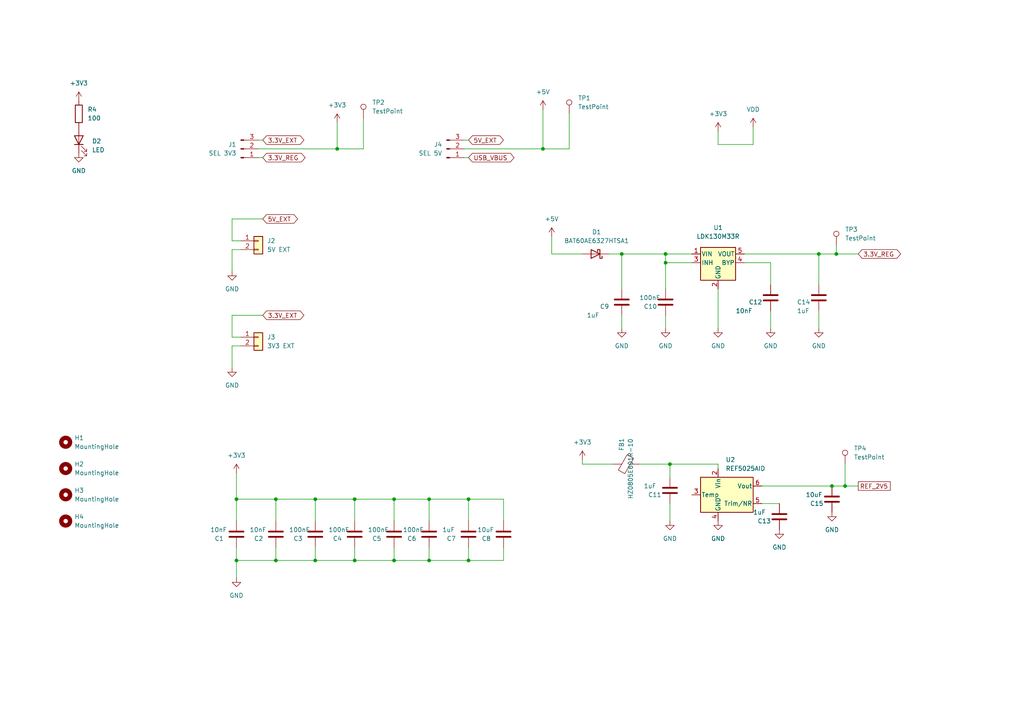
<source format=kicad_sch>
(kicad_sch (version 20231120) (generator "eeschema") (generator_version "8.0")
  (paper "A4")
  (lib_symbols
    (symbol "Connector:Conn_01x03_Male" (pin_names (offset 1.016) hide)
      (property "Reference" "J" (at 0 5.08 0))
      (property "Value" "Conn_01x03_Male" (at 0 -5.08 0))
      (symbol "Conn_01x03_Male_1_1"
        (polyline (pts (xy 1.27 -2.54) (xy 0.8636 -2.54)) (stroke (width 0.1524)))
        (polyline (pts (xy 1.27 0) (xy 0.8636 0)) (stroke (width 0.1524)))
        (polyline (pts (xy 1.27 2.54) (xy 0.8636 2.54)) (stroke (width 0.1524)))
        (rectangle (start 0.8636 -2.413) (end 0 -2.667) (stroke (width 0.1524)) (fill (type outline)))
        (rectangle (start 0.8636 0.127) (end 0 -0.127) (stroke (width 0.1524)) (fill (type outline)))
        (rectangle (start 0.8636 2.667) (end 0 2.413) (stroke (width 0.1524)) (fill (type outline)))
        (pin passive line (at 5.08 2.54 180) (length 3.81) (name "Pin_1") (number "1"))
        (pin passive line (at 5.08 0 180) (length 3.81) (name "Pin_2") (number "2"))
        (pin passive line (at 5.08 -2.54 180) (length 3.81) (name "Pin_3") (number "3"))
      )
    )
    (symbol "Connector:TestPoint" (pin_numbers hide) (pin_names (offset 0.762) hide)
      (property "Reference" "TP" (at 0 6.858 0))
      (property "Value" "TestPoint" (at 0 5.08 0))
      (symbol "TestPoint_0_1"
        (circle (center 0 3.302) (radius 0.762))
      )
      (symbol "TestPoint_1_1"
        (pin passive line (at 0 0 90) (length 2.54) (name "1") (number "1"))
      )
    )
    (symbol "Connector_Generic:Conn_01x02" (pin_names (offset 1.016) hide)
      (property "Reference" "J" (at 0 2.54 0))
      (property "Value" "Conn_01x02" (at 0 -5.08 0))
      (symbol "Conn_01x02_1_1"
        (rectangle (start -1.27 -2.413) (end 0 -2.667) (stroke (width 0.1524)))
        (rectangle (start -1.27 0.127) (end 0 -0.127) (stroke (width 0.1524)))
        (rectangle (start -1.27 1.27) (end 1.27 -3.81) (stroke (width 0.254)) (fill (type background)))
        (pin passive line (at -5.08 0 0) (length 3.81) (name "Pin_1") (number "1"))
        (pin passive line (at -5.08 -2.54 0) (length 3.81) (name "Pin_2") (number "2"))
      )
    )
    (symbol "Device:C" (pin_numbers hide) (pin_names (offset 0.254))
      (property "Reference" "C" (at 0.635 2.54 0))
      (property "Value" "C" (at 0.635 -2.54 0))
      (symbol "C_0_1"
        (polyline (pts (xy -2.032 -0.762) (xy 2.032 -0.762)) (stroke (width 0.508)))
        (polyline (pts (xy -2.032 0.762) (xy 2.032 0.762)) (stroke (width 0.508)))
      )
      (symbol "C_1_1"
        (pin passive line (at 0 3.81 270) (length 2.794) (name "~") (number "1"))
        (pin passive line (at 0 -3.81 90) (length 2.794) (name "~") (number "2"))
      )
    )
    (symbol "Device:FerriteBead" (pin_numbers hide) (pin_names (offset 0))
      (property "Reference" "FB" (at -3.81 0.635 90))
      (property "Value" "FerriteBead" (at 3.81 0 90))
      (symbol "FerriteBead_0_1"
        (polyline (pts (xy 0 -1.27) (xy 0 -1.2192)))
        (polyline (pts (xy 0 1.27) (xy 0 1.2954)))
        (polyline (pts (xy -2.7686 0.4064) (xy -1.7018 2.2606) (xy 2.7686 -0.3048) (xy 1.6764 -2.159) (xy -2.7686 0.4064)))
      )
      (symbol "FerriteBead_1_1"
        (pin passive line (at 0 3.81 270) (length 2.54) (name "~") (number "1"))
        (pin passive line (at 0 -3.81 90) (length 2.54) (name "~") (number "2"))
      )
    )
    (symbol "Device:LED" (pin_numbers hide) (pin_names (offset 1.016) hide)
      (property "Reference" "D" (at 0 2.54 0))
      (property "Value" "LED" (at 0 -2.54 0))
      (symbol "LED_0_1"
        (polyline (pts (xy -1.27 -1.27) (xy -1.27 1.27)) (stroke (width 0.254)))
        (polyline (pts (xy -1.27 0) (xy 1.27 0)))
        (polyline (pts (xy 1.27 -1.27) (xy 1.27 1.27) (xy -1.27 0) (xy 1.27 -1.27)) (stroke (width 0.254)))
        (polyline (pts (xy -3.048 -0.762) (xy -4.572 -2.286) (xy -3.81 -2.286) (xy -4.572 -2.286) (xy -4.572 -1.524)))
        (polyline (pts (xy -1.778 -0.762) (xy -3.302 -2.286) (xy -2.54 -2.286) (xy -3.302 -2.286) (xy -3.302 -1.524)))
      )
      (symbol "LED_1_1"
        (pin passive line (at -3.81 0 0) (length 2.54) (name "K") (number "1"))
        (pin passive line (at 3.81 0 180) (length 2.54) (name "A") (number "2"))
      )
    )
    (symbol "Device:R" (pin_numbers hide) (pin_names (offset 0))
      (property "Reference" "R" (at 2.032 0 90))
      (property "Value" "R" (at 0 0 90))
      (symbol "R_0_1"
        (rectangle (start -1.016 -2.54) (end 1.016 2.54) (stroke (width 0.254)))
      )
      (symbol "R_1_1"
        (pin passive line (at 0 3.81 270) (length 1.27) (name "~") (number "1"))
        (pin passive line (at 0 -3.81 90) (length 1.27) (name "~") (number "2"))
      )
    )
    (symbol "Diode:BAT60A" (pin_numbers hide) (pin_names (offset 1.016) hide)
      (property "Reference" "D" (at 0 2.54 0))
      (property "Value" "BAT60A" (at 0 -2.54 0))
      (symbol "BAT60A_0_1"
        (polyline (pts (xy 1.27 0) (xy -1.27 0)))
        (polyline (pts (xy 1.27 1.27) (xy 1.27 -1.27) (xy -1.27 0) (xy 1.27 1.27)) (stroke (width 0.254)))
        (polyline (pts (xy -1.905 0.635) (xy -1.905 1.27) (xy -1.27 1.27) (xy -1.27 -1.27) (xy -0.635 -1.27) (xy -0.635 -0.635)) (stroke (width 0.254)))
      )
      (symbol "BAT60A_1_1"
        (pin passive line (at -3.81 0 0) (length 2.54) (name "K") (number "1"))
        (pin passive line (at 3.81 0 180) (length 2.54) (name "A") (number "2"))
      )
    )
    (symbol "Mechanical:MountingHole" (pin_names (offset 1.016)) (exclude_from_sim yes) (in_bom no)
      (property "Reference" "H" (at 0 5.08 0))
      (property "Value" "MountingHole" (at 0 3.175 0))
      (symbol "MountingHole_0_1"
        (circle (center 0 0) (radius 1.27) (stroke (width 1.27)))
      )
    )
    (symbol "Reference_Voltage:REF5025AD" (pin_names (offset 0.254))
      (property "Reference" "U" (at -1.27 8.255 0))
      (property "Value" "REF5025AD" (at -1.27 6.35 0))
      (symbol "REF5025AD_0_1"
        (rectangle (start -7.62 5.08) (end 7.62 -5.08) (stroke (width 0.254)) (fill (type background)))
      )
      (symbol "REF5025AD_1_1"
        (pin no_connect line (at -7.62 2.54 0) (length 2.54) hide (name "DNC") (number "1"))
        (pin power_in line (at -2.54 7.62 270) (length 2.54) (name "Vin") (number "2"))
        (pin passive line (at -10.16 0 0) (length 2.54) (name "Temp") (number "3"))
        (pin power_in line (at -2.54 -7.62 90) (length 2.54) (name "GND") (number "4"))
        (pin passive line (at 10.16 -2.54 180) (length 2.54) (name "Trim/NR") (number "5"))
        (pin power_out line (at 10.16 2.54 180) (length 2.54) (name "Vout") (number "6"))
        (pin no_connect line (at -5.08 -5.08 90) (length 2.54) hide (name "NC") (number "7"))
        (pin no_connect line (at 7.62 0 180) (length 2.54) hide (name "DNC") (number "8"))
      )
    )
    (symbol "Regulator_Linear:LD3985M33R_SOT23" (pin_names (offset 0.254))
      (property "Reference" "U" (at -3.81 5.715 0))
      (property "Value" "LD3985M33R_SOT23" (at 0 5.715 0))
      (symbol "LD3985M33R_SOT23_0_1"
        (rectangle (start -5.08 4.445) (end 5.08 -5.08) (stroke (width 0.254)) (fill (type background)))
      )
      (symbol "LD3985M33R_SOT23_1_1"
        (pin power_in line (at -7.62 2.54 0) (length 2.54) (name "VIN") (number "1"))
        (pin power_in line (at 0 -7.62 90) (length 2.54) (name "GND") (number "2"))
        (pin input line (at -7.62 0 0) (length 2.54) (name "INH") (number "3"))
        (pin input line (at 7.62 0 180) (length 2.54) (name "BYP") (number "4"))
        (pin power_out line (at 7.62 2.54 180) (length 2.54) (name "VOUT") (number "5"))
      )
    )
    (symbol "power:+3.3V" (power) (pin_names (offset 0))
      (property "Value" "+3.3V" (at 0 3.556 0))
      (symbol "+3.3V_0_1"
        (polyline (pts (xy -0.762 1.27) (xy 0 2.54)))
        (polyline (pts (xy 0 0) (xy 0 2.54)))
        (polyline (pts (xy 0 2.54) (xy 0.762 1.27)))
      )
      (symbol "+3.3V_1_1"
        (pin power_in line (at 0 0 90) (length 0) hide (name "+3V3") (number "1"))
      )
    )
    (symbol "power:+5V" (power) (pin_names (offset 0))
      (property "Value" "+5V" (at 0 3.556 0))
      (symbol "+5V_0_1"
        (polyline (pts (xy -0.762 1.27) (xy 0 2.54)))
        (polyline (pts (xy 0 0) (xy 0 2.54)))
        (polyline (pts (xy 0 2.54) (xy 0.762 1.27)))
      )
      (symbol "+5V_1_1"
        (pin power_in line (at 0 0 90) (length 0) hide (name "+5V") (number "1"))
      )
    )
    (symbol "power:GND" (power) (pin_names (offset 0))
      (property "Value" "GND" (at 0 -3.81 0))
      (symbol "GND_0_1"
        (polyline (pts (xy 0 0) (xy 0 -1.27) (xy 1.27 -1.27) (xy 0 -2.54) (xy -1.27 -1.27) (xy 0 -1.27)))
      )
      (symbol "GND_1_1"
        (pin power_in line (at 0 0 270) (length 0) hide (name "GND") (number "1"))
      )
    )
    (symbol "power:VDD" (power) (pin_names (offset 0))
      (property "Value" "VDD" (at 0 3.81 0))
      (symbol "VDD_0_1"
        (polyline (pts (xy -0.762 1.27) (xy 0 2.54)))
        (polyline (pts (xy 0 0) (xy 0 2.54)))
        (polyline (pts (xy 0 2.54) (xy 0.762 1.27)))
      )
      (symbol "VDD_1_1"
        (pin power_in line (at 0 0 90) (length 0) hide (name "VDD") (number "1"))
      )
    )
  )
  (junction (at 245.11 140.97))
  (junction (at 68.58 162.56))
  (junction (at 102.87 144.78))
  (junction (at 114.3 162.56))
  (junction (at 91.44 162.56))
  (junction (at 68.58 144.78))
  (junction (at 135.89 162.56))
  (junction (at 97.79 43.18))
  (junction (at 180.34 73.66))
  (junction (at 242.57 73.66))
  (junction (at 157.48 43.18))
  (junction (at 80.01 162.56))
  (junction (at 124.46 144.78))
  (junction (at 194.31 134.62))
  (junction (at 80.01 144.78))
  (junction (at 193.04 73.66))
  (junction (at 114.3 144.78))
  (junction (at 193.04 76.2))
  (junction (at 124.46 162.56))
  (junction (at 91.44 144.78))
  (junction (at 241.3 140.97))
  (junction (at 102.87 162.56))
  (junction (at 237.49 73.66))
  (junction (at 135.89 144.78))
  (wire (pts (xy 135.89 144.78) (xy 135.89 151.13)))
  (wire (pts (xy 185.42 134.62) (xy 194.31 134.62)))
  (wire (pts (xy 124.46 162.56) (xy 124.46 158.75)))
  (wire (pts (xy 215.9 76.2) (xy 223.52 76.2)))
  (wire (pts (xy 208.28 134.62) (xy 208.28 135.89)))
  (wire (pts (xy 160.02 73.66) (xy 168.91 73.66)))
  (wire (pts (xy 114.3 162.56) (xy 124.46 162.56)))
  (wire (pts (xy 68.58 137.16) (xy 68.58 144.78)))
  (wire (pts (xy 102.87 144.78) (xy 114.3 144.78)))
  (wire (pts (xy 69.85 69.85) (xy 67.31 69.85)))
  (wire (pts (xy 194.31 151.13) (xy 194.31 146.05)))
  (wire (pts (xy 135.89 162.56) (xy 146.05 162.56)))
  (wire (pts (xy 97.79 43.18) (xy 105.41 43.18)))
  (wire (pts (xy 241.3 140.97) (xy 245.11 140.97)))
  (wire (pts (xy 176.53 73.66) (xy 180.34 73.66)))
  (wire (pts (xy 102.87 158.75) (xy 102.87 162.56)))
  (wire (pts (xy 237.49 90.17) (xy 237.49 95.25)))
  (wire (pts (xy 165.1 33.02) (xy 165.1 43.18)))
  (wire (pts (xy 134.62 45.72) (xy 135.89 45.72)))
  (wire (pts (xy 80.01 144.78) (xy 91.44 144.78)))
  (wire (pts (xy 165.1 43.18) (xy 157.48 43.18)))
  (wire (pts (xy 124.46 144.78) (xy 124.46 151.13)))
  (wire (pts (xy 67.31 69.85) (xy 67.31 63.5)))
  (wire (pts (xy 237.49 82.55) (xy 237.49 73.66)))
  (wire (pts (xy 68.58 144.78) (xy 80.01 144.78)))
  (wire (pts (xy 242.57 71.12) (xy 242.57 73.66)))
  (wire (pts (xy 124.46 162.56) (xy 135.89 162.56)))
  (wire (pts (xy 135.89 158.75) (xy 135.89 162.56)))
  (wire (pts (xy 68.58 151.13) (xy 68.58 144.78)))
  (wire (pts (xy 102.87 162.56) (xy 114.3 162.56)))
  (wire (pts (xy 157.48 31.75) (xy 157.48 43.18)))
  (wire (pts (xy 146.05 162.56) (xy 146.05 158.75)))
  (wire (pts (xy 68.58 162.56) (xy 80.01 162.56)))
  (wire (pts (xy 114.3 158.75) (xy 114.3 162.56)))
  (wire (pts (xy 68.58 158.75) (xy 68.58 162.56)))
  (wire (pts (xy 68.58 162.56) (xy 68.58 167.64)))
  (wire (pts (xy 91.44 158.75) (xy 91.44 162.56)))
  (wire (pts (xy 67.31 100.33) (xy 67.31 106.68)))
  (wire (pts (xy 80.01 162.56) (xy 91.44 162.56)))
  (wire (pts (xy 124.46 144.78) (xy 135.89 144.78)))
  (wire (pts (xy 97.79 43.18) (xy 97.79 35.56)))
  (wire (pts (xy 193.04 91.44) (xy 193.04 95.25)))
  (wire (pts (xy 74.93 43.18) (xy 97.79 43.18)))
  (wire (pts (xy 220.98 140.97) (xy 241.3 140.97)))
  (wire (pts (xy 180.34 83.82) (xy 180.34 73.66)))
  (wire (pts (xy 146.05 144.78) (xy 146.05 151.13)))
  (wire (pts (xy 67.31 72.39) (xy 67.31 78.74)))
  (wire (pts (xy 193.04 76.2) (xy 200.66 76.2)))
  (wire (pts (xy 102.87 144.78) (xy 102.87 151.13)))
  (wire (pts (xy 91.44 151.13) (xy 91.44 144.78)))
  (wire (pts (xy 91.44 162.56) (xy 102.87 162.56)))
  (wire (pts (xy 194.31 134.62) (xy 208.28 134.62)))
  (wire (pts (xy 245.11 134.62) (xy 245.11 140.97)))
  (wire (pts (xy 180.34 91.44) (xy 180.34 95.25)))
  (wire (pts (xy 67.31 63.5) (xy 76.2 63.5)))
  (wire (pts (xy 237.49 73.66) (xy 242.57 73.66)))
  (wire (pts (xy 194.31 134.62) (xy 194.31 138.43)))
  (wire (pts (xy 193.04 83.82) (xy 193.04 76.2)))
  (wire (pts (xy 80.01 144.78) (xy 80.01 151.13)))
  (wire (pts (xy 67.31 97.79) (xy 67.31 91.44)))
  (wire (pts (xy 223.52 76.2) (xy 223.52 82.55)))
  (wire (pts (xy 223.52 90.17) (xy 223.52 95.25)))
  (wire (pts (xy 208.28 83.82) (xy 208.28 95.25)))
  (wire (pts (xy 245.11 140.97) (xy 248.92 140.97)))
  (wire (pts (xy 135.89 144.78) (xy 146.05 144.78)))
  (wire (pts (xy 220.98 146.05) (xy 226.06 146.05)))
  (wire (pts (xy 180.34 73.66) (xy 193.04 73.66)))
  (wire (pts (xy 208.28 41.91) (xy 218.44 41.91)))
  (wire (pts (xy 114.3 144.78) (xy 114.3 151.13)))
  (wire (pts (xy 69.85 72.39) (xy 67.31 72.39)))
  (wire (pts (xy 76.2 40.64) (xy 74.93 40.64)))
  (wire (pts (xy 134.62 43.18) (xy 157.48 43.18)))
  (wire (pts (xy 200.66 73.66) (xy 193.04 73.66)))
  (wire (pts (xy 160.02 68.58) (xy 160.02 73.66)))
  (wire (pts (xy 67.31 91.44) (xy 76.2 91.44)))
  (wire (pts (xy 80.01 158.75) (xy 80.01 162.56)))
  (wire (pts (xy 168.91 134.62) (xy 168.91 133.35)))
  (wire (pts (xy 168.91 134.62) (xy 177.8 134.62)))
  (wire (pts (xy 91.44 144.78) (xy 102.87 144.78)))
  (wire (pts (xy 193.04 73.66) (xy 193.04 76.2)))
  (wire (pts (xy 208.28 38.1) (xy 208.28 41.91)))
  (wire (pts (xy 218.44 41.91) (xy 218.44 36.83)))
  (wire (pts (xy 114.3 144.78) (xy 124.46 144.78)))
  (wire (pts (xy 242.57 73.66) (xy 248.92 73.66)))
  (wire (pts (xy 105.41 34.29) (xy 105.41 43.18)))
  (wire (pts (xy 135.89 40.64) (xy 134.62 40.64)))
  (wire (pts (xy 69.85 97.79) (xy 67.31 97.79)))
  (wire (pts (xy 237.49 73.66) (xy 215.9 73.66)))
  (wire (pts (xy 69.85 100.33) (xy 67.31 100.33)))
  (wire (pts (xy 74.93 45.72) (xy 76.2 45.72)))
  (global_label "5V_EXT" (shape bidirectional) (at 76.2 63.5 0) (property "Intersheetrefs" "${INTERSHEET_REFS}" (effects (hide yes))))
  (global_label "REF_2V5" (shape passive) (at 248.92 140.97 0) (property "Intersheetrefs" "${INTERSHEET_REFS}" (effects (hide yes))))
  (global_label "3.3V_REG" (shape bidirectional) (at 76.2 45.72 0) (property "Intersheetrefs" "${INTERSHEET_REFS}" (effects (hide yes))))
  (global_label "5V_EXT" (shape bidirectional) (at 135.89 40.64 0) (property "Intersheetrefs" "${INTERSHEET_REFS}" (effects (hide yes))))
  (global_label "3.3V_EXT" (shape bidirectional) (at 76.2 40.64 0) (property "Intersheetrefs" "${INTERSHEET_REFS}" (effects (hide yes))))
  (global_label "3.3V_REG" (shape bidirectional) (at 248.92 73.66 0) (property "Intersheetrefs" "${INTERSHEET_REFS}" (effects (hide yes))))
  (global_label "USB_VBUS" (shape bidirectional) (at 135.89 45.72 0) (property "Intersheetrefs" "${INTERSHEET_REFS}" (effects (hide yes))))
  (global_label "3.3V_EXT" (shape bidirectional) (at 76.2 91.44 0) (property "Intersheetrefs" "${INTERSHEET_REFS}" (effects (hide yes))))
  (symbol (lib_id "power:GND") (at 208.28 95.25 0) (unit 1)
    (property "Reference" "#PWR013" (effects (hide yes)))
    (property "Value" "GND" (at 208.28 100.33 0))
  )
  (symbol (lib_id "Device:R") (at 22.86 33.02 180) (unit 1)
    (property "Reference" "R4" (at 25.4 31.7499 0) (effects (justify right)))
    (property "Value" "100" (at 25.4 34.2899 0) (effects (justify right)))
    (property "Footprint" "Resistor_SMD:R_0805_2012Metric" (effects (hide yes)))
    (property "Datasheet" "https://www.farnell.com/datasheets/2310790.pdf" (effects (hide yes)))
    (property "Description" "Resistor" (effects (hide yes)))
    (property "Farnell" "1652906" (effects (hide yes)))
    (property "Manufacturer_Part_Number" "AC0805FR-07100RL" (effects (hide yes)))
    (property "LCSC" "C138274" (effects (hide yes)))
    (property "Manufacturer_Name" "VISHAY" (effects (hide yes)))
    (property "Mouser Part Number" "CRCW0805100RFKTA" (effects (hide yes)))
  )
  (symbol (lib_id "Device:C") (at 193.04 87.63 0) (mirror x) (unit 1)
    (property "Reference" "C10" (at 186.69 88.9 0) (effects (justify left)))
    (property "Value" "100nF" (at 185.42 86.36 0) (effects (justify left)))
    (property "Footprint" "Capacitor_SMD:C_0805_2012Metric" (effects (hide yes)))
    (property "Datasheet" "https://datasheets.kyocera-avx.com/FlexitermMLCC.pdf" (effects (hide yes)))
    (property "Description" "50V 100nF X7R ±10% 0805 Multilayer Ceramic Capacitors MLCC - SMD/SMT ROHS" (effects (hide yes)))
    (property "MANUFACTURER" "Samsung" (effects (hide yes)))
    (property "Manufacturer_Name" "KYOCERA AVX" (effects (hide yes)))
    (property "Manufacturer_Part_Number" "CL21B104KBCNNNC" (effects (hide yes)))
    (property "LCSC" "C1711" (effects (hide yes)))
    (property "Digi-Key Part Number" "478-KAF21KR72A104MUCT-ND" (effects (hide yes)))
    (property "Farnell" "3500373" (effects (hide yes)))
    (property "Mouser Part Number" "08051C104M4Z2A" (effects (hide yes)))
  )
  (symbol (lib_id "Connector:TestPoint") (at 105.41 34.29 0) (unit 1)
    (property "Reference" "TP2" (at 107.95 29.7179 0) (effects (justify left)))
    (property "Value" "TestPoint" (at 107.95 32.2579 0) (effects (justify left)))
    (property "Footprint" "TestPoint:TestPoint_Pad_1.0x1.0mm" (effects (hide yes)))
    (property "Description" "test point" (effects (hide yes)))
  )
  (symbol (lib_id "Connector:TestPoint") (at 165.1 33.02 0) (unit 1)
    (property "Reference" "TP1" (at 167.64 28.4479 0) (effects (justify left)))
    (property "Value" "TestPoint" (at 167.64 30.9879 0) (effects (justify left)))
    (property "Footprint" "TestPoint:TestPoint_Pad_1.0x1.0mm" (effects (hide yes)))
    (property "Description" "test point" (effects (hide yes)))
  )
  (symbol (lib_id "power:+3.3V") (at 97.79 35.56 0) (unit 1)
    (property "Reference" "#PWR05" (effects (hide yes)))
    (property "Value" "+3V3" (at 97.79 30.48 0))
  )
  (symbol (lib_id "Device:C") (at 146.05 154.94 0) (mirror x) (unit 1)
    (property "Reference" "C8" (at 139.7 156.21 0) (effects (justify left)))
    (property "Value" "10uF" (at 138.43 153.67 0) (effects (justify left)))
    (property "Footprint" "Capacitor_SMD:C_0805_2012Metric" (effects (hide yes)))
    (property "Datasheet" "https://www.farnell.com/datasheets/3768562.pdf" (effects (hide yes)))
    (property "Description" "10 µF ±10% 16V Ceramic Capacitor X5R 0805 (2012 Metric)" (effects (hide yes)))
    (property "MANUFACTURER" "Samsung" (effects (hide yes)))
    (property "Manufacturer_Name" "KYOCERA AVX" (effects (hide yes)))
    (property "Manufacturer_Part_Number" "CL21A106KOQNNNG" (effects (hide yes)))
    (property "LCSC" "C307520" (effects (hide yes)))
    (property "Digi-Key Part Number" "478-KGM21AR51A106MUCT-ND" (effects (hide yes)))
    (property "Farnell" "2332831" (effects (hide yes)))
    (property "Mouser Part Number" "0805ZD106MAT2A" (effects (hide yes)))
  )
  (symbol (lib_id "power:GND") (at 68.58 167.64 0) (unit 1)
    (property "Reference" "#PWR04" (effects (hide yes)))
    (property "Value" "GND" (at 68.58 172.72 0))
  )
  (symbol (lib_id "Mechanical:MountingHole") (at 19.05 143.51 0) (unit 1) (exclude_from_sim yes) (in_bom no)
    (property "Reference" "H3" (at 21.59 142.2399 0) (effects (justify left)))
    (property "Value" "MountingHole" (at 21.59 144.7799 0) (effects (justify left)))
    (property "Footprint" "MountingHole:MountingHole_3mm" (effects (hide yes)))
    (property "Description" "Mounting Hole without connection" (effects (hide yes)))
  )
  (symbol (lib_id "Mechanical:MountingHole") (at 19.05 128.27 0) (unit 1) (exclude_from_sim yes) (in_bom no)
    (property "Reference" "H1" (at 21.59 126.9999 0) (effects (justify left)))
    (property "Value" "MountingHole" (at 21.59 129.5399 0) (effects (justify left)))
    (property "Footprint" "MountingHole:MountingHole_3mm" (effects (hide yes)))
    (property "Description" "Mounting Hole without connection" (effects (hide yes)))
  )
  (symbol (lib_id "Connector:TestPoint") (at 245.11 134.62 0) (unit 1)
    (property "Reference" "TP4" (at 247.65 130.0479 0) (effects (justify left)))
    (property "Value" "TestPoint" (at 247.65 132.5879 0) (effects (justify left)))
    (property "Footprint" "TestPoint:TestPoint_Pad_1.0x1.0mm" (effects (hide yes)))
    (property "Description" "test point" (effects (hide yes)))
  )
  (symbol (lib_id "Device:C") (at 237.49 86.36 0) (mirror x) (unit 1)
    (property "Reference" "C14" (at 231.14 87.63 0) (effects (justify left)))
    (property "Value" "1uF" (at 231.14 90.17 0) (effects (justify left)))
    (property "Footprint" "Capacitor_SMD:C_0805_2012Metric" (effects (hide yes)))
    (property "Datasheet" "https://search.kemet.com/component-documentation/download/specsheet/C0805C105K4PACTU" (effects (hide yes)))
    (property "Description" "1 µF ±10% 50V Ceramic Capacitor X5R 0805 (2012 Metric)" (effects (hide yes)))
    (property "MANUFACTURER" "Samsung" (effects (hide yes)))
    (property "Manufacturer_Name" "KEMET" (effects (hide yes)))
    (property "Manufacturer_Part_Number" "CL21A105KBCLNNC" (effects (hide yes)))
    (property "LCSC" "C318694" (effects (hide yes)))
    (property "Digi-Key Part Number" "399-C0805C105K4PAC7800CT-ND" (effects (hide yes)))
    (property "Farnell" "2522445" (effects (hide yes)))
    (property "Mouser Part Number" "C0805C105K4PACTU" (effects (hide yes)))
  )
  (symbol (lib_id "power:GND") (at 223.52 95.25 0) (unit 1)
    (property "Reference" "#PWR016" (effects (hide yes)))
    (property "Value" "GND" (at 223.52 100.33 0))
  )
  (symbol (lib_id "Device:C") (at 124.46 154.94 0) (mirror x) (unit 1)
    (property "Reference" "C6" (at 118.11 156.21 0) (effects (justify left)))
    (property "Value" "100nF" (at 116.84 153.67 0) (effects (justify left)))
    (property "Footprint" "Capacitor_SMD:C_0805_2012Metric" (effects (hide yes)))
    (property "Datasheet" "https://datasheets.kyocera-avx.com/FlexitermMLCC.pdf" (effects (hide yes)))
    (property "Description" "50V 100nF X7R ±10% 0805 Multilayer Ceramic Capacitors MLCC - SMD/SMT ROHS" (effects (hide yes)))
    (property "MANUFACTURER" "Samsung" (effects (hide yes)))
    (property "Manufacturer_Name" "KYOCERA AVX" (effects (hide yes)))
    (property "Manufacturer_Part_Number" "CL21B104KBCNNNC" (effects (hide yes)))
    (property "LCSC" "C1711" (effects (hide yes)))
    (property "Digi-Key Part Number" "478-KAF21KR72A104MUCT-ND" (effects (hide yes)))
    (property "Farnell" "3500373" (effects (hide yes)))
    (property "Mouser Part Number" "08051C104M4Z2A" (effects (hide yes)))
  )
  (symbol (lib_id "power:GND") (at 241.3 148.59 0) (unit 1)
    (property "Reference" "#PWR019" (effects (hide yes)))
    (property "Value" "GND" (at 241.3 153.67 0))
    (property "Description" "Power symbol creates a global label with name \"GND\" , ground" (effects (hide yes)))
  )
  (symbol (lib_id "power:VDD") (at 218.44 36.83 0) (unit 1)
    (property "Reference" "#PWR015" (effects (hide yes)))
    (property "Value" "VDD" (at 218.44 31.75 0))
  )
  (symbol (lib_id "power:GND") (at 67.31 106.68 0) (unit 1)
    (property "Reference" "#PWR02" (effects (hide yes)))
    (property "Value" "GND" (at 67.31 111.76 0))
  )
  (symbol (lib_id "Device:C") (at 102.87 154.94 0) (mirror x) (unit 1)
    (property "Reference" "C4" (at 96.52 156.21 0) (effects (justify left)))
    (property "Value" "100nF" (at 95.25 153.67 0) (effects (justify left)))
    (property "Footprint" "Capacitor_SMD:C_0805_2012Metric" (effects (hide yes)))
    (property "Datasheet" "https://datasheets.kyocera-avx.com/FlexitermMLCC.pdf" (effects (hide yes)))
    (property "Description" "50V 100nF X7R ±10% 0805 Multilayer Ceramic Capacitors MLCC - SMD/SMT ROHS" (effects (hide yes)))
    (property "MANUFACTURER" "Samsung" (effects (hide yes)))
    (property "Manufacturer_Name" "KYOCERA AVX" (effects (hide yes)))
    (property "Manufacturer_Part_Number" "CL21B104KBCNNNC" (effects (hide yes)))
    (property "LCSC" "C1711" (effects (hide yes)))
    (property "Digi-Key Part Number" "478-KAF21KR72A104MUCT-ND" (effects (hide yes)))
    (property "Farnell" "3500373" (effects (hide yes)))
    (property "Mouser Part Number" "08051C104M4Z2A" (effects (hide yes)))
  )
  (symbol (lib_id "Mechanical:MountingHole") (at 19.05 151.13 0) (unit 1) (exclude_from_sim yes) (in_bom no)
    (property "Reference" "H4" (at 21.59 149.8599 0) (effects (justify left)))
    (property "Value" "MountingHole" (at 21.59 152.3999 0) (effects (justify left)))
    (property "Footprint" "MountingHole:MountingHole_3mm" (effects (hide yes)))
    (property "Description" "Mounting Hole without connection" (effects (hide yes)))
  )
  (symbol (lib_id "Connector_Generic:Conn_01x02") (at 74.93 97.79 0) (unit 1)
    (property "Reference" "J3" (at 77.47 97.7899 0) (effects (justify left)))
    (property "Value" "3V3 EXT" (at 77.47 100.3299 0) (effects (justify left)))
    (property "Footprint" "Connector_PinHeader_2.54mm:PinHeader_1x02_P2.54mm_Horizontal" (effects (hide yes)))
    (property "Datasheet" "https://www.farnell.com/datasheets/3148563.pdf" (effects (hide yes)))
    (property "Description" "Connector Header Through Hole 2 position 0.100\" (2.54mm)" (effects (hide yes)))
    (property "MANUFACTURER" "Samtec" (effects (hide yes)))
    (property "Manufacturer_Name" "MULTICOMP PRO" (effects (hide yes)))
    (property "Manufacturer_Part_Number" "TSW-102-14-TM-S" (effects (hide yes)))
    (property "Farnell" "1593426" (effects (hide yes)))
    (property "Mouser Part Number" "MC34745" (effects (hide yes)))
  )
  (symbol (lib_id "power:+3.3V") (at 22.86 29.21 0) (unit 1)
    (property "Reference" "#PWR079" (effects (hide yes)))
    (property "Value" "+3V3" (at 22.86 24.13 0))
  )
  (symbol (lib_id "Connector_Generic:Conn_01x02") (at 74.93 69.85 0) (unit 1)
    (property "Reference" "J2" (at 77.47 69.8499 0) (effects (justify left)))
    (property "Value" "5V EXT" (at 77.47 72.3899 0) (effects (justify left)))
    (property "Footprint" "Connector_PinHeader_2.54mm:PinHeader_1x02_P2.54mm_Horizontal" (effects (hide yes)))
    (property "Datasheet" "https://www.farnell.com/datasheets/3148563.pdf" (effects (hide yes)))
    (property "Description" "Connector Header Through Hole 2 position 0.100\" (2.54mm)" (effects (hide yes)))
    (property "MANUFACTURER" "Samtec" (effects (hide yes)))
    (property "Manufacturer_Name" "MULTICOMP PRO" (effects (hide yes)))
    (property "Manufacturer_Part_Number" "TSW-102-14-TM-S" (effects (hide yes)))
    (property "Farnell" "1593426" (effects (hide yes)))
    (property "Mouser Part Number" "MC34745" (effects (hide yes)))
  )
  (symbol (lib_id "Reference_Voltage:REF5025AD") (at 210.82 143.51 0) (unit 1)
    (property "Reference" "U2" (at 210.4741 133.35 0) (effects (justify left)))
    (property "Value" "REF5025AID" (at 210.4741 135.89 0) (effects (justify left)))
    (property "Footprint" "Package_SO:SOIC-8_3.9x4.9mm_P1.27mm" (effects (hide yes)))
    (property "Datasheet" "https://www.ti.com/general/docs/suppproductinfo.tsp?distId=10&gotoUrl=https%3A%2F%2Fwww.ti.com%2Flit%2Fgpn%2Fref5020" (effects (hide yes)))
    (property "Description" "2.5V 0.1% 10mA Low Noise Precision Voltage Reference, SO-8" (effects (hide yes)))
    (property "Digi-Key Part Number" "296-22203-5-ND" (effects (hide yes)))
    (property "Manufacturer_Name" "TEXAS INSTRUMENTS" (effects (hide yes)))
    (property "Mouser Part Number" "REF5025AID" (effects (hide yes)))
  )
  (symbol (lib_id "power:GND") (at 180.34 95.25 0) (unit 1)
    (property "Reference" "#PWR09" (effects (hide yes)))
    (property "Value" "GND" (at 180.34 100.33 0))
  )
  (symbol (lib_id "Device:C") (at 226.06 149.86 0) (mirror x) (unit 1)
    (property "Reference" "C13" (at 219.71 151.13 0) (effects (justify left)))
    (property "Value" "1uF" (at 218.44 148.59 0) (effects (justify left)))
    (property "Footprint" "Capacitor_SMD:C_0805_2012Metric" (effects (hide yes)))
    (property "Datasheet" "https://search.kemet.com/component-documentation/download/specsheet/C0805C105K4PACTU" (effects (hide yes)))
    (property "Description" "1 µF ±10% 50V Ceramic Capacitor X5R 0805 (2012 Metric)" (effects (hide yes)))
    (property "MANUFACTURER" "Samsung" (effects (hide yes)))
    (property "Manufacturer_Name" "KEMET" (effects (hide yes)))
    (property "Manufacturer_Part_Number" "CL21A105KBCLNNC" (effects (hide yes)))
    (property "LCSC" "C318694" (effects (hide yes)))
    (property "Digi-Key Part Number" "399-C0805C105K4PAC7800CT-ND" (effects (hide yes)))
    (property "Farnell" "2522445" (effects (hide yes)))
    (property "Mouser Part Number" "C0805C105K4PACTU" (effects (hide yes)))
  )
  (symbol (lib_id "power:+3.3V") (at 208.28 38.1 0) (unit 1)
    (property "Reference" "#PWR012" (effects (hide yes)))
    (property "Value" "+3V3" (at 208.28 33.02 0))
  )
  (symbol (lib_id "Diode:BAT60A") (at 172.72 73.66 180) (unit 1)
    (property "Reference" "D1" (at 173.0375 67.31 0))
    (property "Value" "BAT60AE6327HTSA1" (at 173.0375 69.85 0))
    (property "Footprint" "Diode_SMD:D_SOD-323" (effects (hide yes)))
    (property "Datasheet" "https://www.farnell.com/datasheets/1835968.pdf" (effects (hide yes)))
    (property "Description" "600μA@8V 10V Single 3A 300mV@1A SOD-323 Schottky Barrier Diodes (SBD) ROHS" (effects (hide yes)))
    (property "MANUFACTURER" "Infineon Technologies" (effects (hide yes)))
    (property "Manufacturer_Name" "INFINEON" (effects (hide yes)))
    (property "Manufacturer_Part_Number" "BAT60AE6327HTSA1" (effects (hide yes)))
    (property "Digi-Key Part Number" "BAT60AE6327HTSA1CT-ND" (effects (hide yes)))
    (property "Farnell" "2432679" (effects (hide yes)))
    (property "Mouser Part Number" "BAT60AE6327HTSA1" (effects (hide yes)))
  )
  (symbol (lib_id "Device:C") (at 80.01 154.94 0) (mirror x) (unit 1)
    (property "Reference" "C2" (at 73.66 156.21 0) (effects (justify left)))
    (property "Value" "10nF" (at 72.39 153.67 0) (effects (justify left)))
    (property "Footprint" "Capacitor_SMD:C_0805_2012Metric" (effects (hide yes)))
    (property "Datasheet" "https://content.kemet.com/datasheets/KEM_C1002_X7R_SMD.pdf" (effects (hide yes)))
    (property "Description" "10000 pF ±10% 50V Ceramic Capacitor X7R 0805 (2012 Metric)" (effects (hide yes)))
    (property "MANUFACTURER" "Samsung" (effects (hide yes)))
    (property "Manufacturer_Name" "KEMET" (effects (hide yes)))
    (property "Manufacturer_Part_Number" "CL21B103KBANNNC" (effects (hide yes)))
    (property "LCSC" "C1710" (effects (hide yes)))
    (property "Digi-Key Part Number" "399-C0805C103K1RAC7800CT-ND" (effects (hide yes)))
    (property "Farnell" "1414661" (effects (hide yes)))
    (property "Mouser Part Number" "C0805C103K1RACTU" (effects (hide yes)))
  )
  (symbol (lib_id "Device:C") (at 241.3 144.78 0) (mirror x) (unit 1)
    (property "Reference" "C15" (at 234.95 146.05 0) (effects (justify left)))
    (property "Value" "10uF" (at 233.68 143.51 0) (effects (justify left)))
    (property "Footprint" "Capacitor_SMD:C_0805_2012Metric" (effects (hide yes)))
    (property "Datasheet" "https://www.farnell.com/datasheets/3768562.pdf" (effects (hide yes)))
    (property "Description" "10 µF ±10% 16V Ceramic Capacitor X5R 0805 (2012 Metric)" (effects (hide yes)))
    (property "MANUFACTURER" "Samsung" (effects (hide yes)))
    (property "Manufacturer_Name" "KYOCERA AVX" (effects (hide yes)))
    (property "Manufacturer_Part_Number" "CL21A106KOQNNNG" (effects (hide yes)))
    (property "LCSC" "C307520" (effects (hide yes)))
    (property "Digi-Key Part Number" "478-KGM21AR51A106MUCT-ND" (effects (hide yes)))
    (property "Farnell" "2332831" (effects (hide yes)))
    (property "Mouser Part Number" "0805ZD106MAT2A" (effects (hide yes)))
  )
  (symbol (lib_id "power:GND") (at 226.06 153.67 0) (unit 1)
    (property "Reference" "#PWR017" (effects (hide yes)))
    (property "Value" "GND" (at 226.06 158.75 0))
    (property "Description" "Power symbol creates a global label with name \"GND\" , ground" (effects (hide yes)))
  )
  (symbol (lib_id "power:GND") (at 193.04 95.25 0) (unit 1)
    (property "Reference" "#PWR010" (effects (hide yes)))
    (property "Value" "GND" (at 193.04 100.33 0))
  )
  (symbol (lib_id "Device:C") (at 91.44 154.94 0) (mirror x) (unit 1)
    (property "Reference" "C3" (at 85.09 156.21 0) (effects (justify left)))
    (property "Value" "100nF" (at 83.82 153.67 0) (effects (justify left)))
    (property "Footprint" "Capacitor_SMD:C_0805_2012Metric" (effects (hide yes)))
    (property "Datasheet" "https://datasheets.kyocera-avx.com/FlexitermMLCC.pdf" (effects (hide yes)))
    (property "Description" "50V 100nF X7R ±10% 0805 Multilayer Ceramic Capacitors MLCC - SMD/SMT ROHS" (effects (hide yes)))
    (property "MANUFACTURER" "Samsung" (effects (hide yes)))
    (property "Manufacturer_Name" "KYOCERA AVX" (effects (hide yes)))
    (property "Manufacturer_Part_Number" "CL21B104KBCNNNC" (effects (hide yes)))
    (property "LCSC" "C1711" (effects (hide yes)))
    (property "Digi-Key Part Number" "478-KAF21KR72A104MUCT-ND" (effects (hide yes)))
    (property "Farnell" "3500373" (effects (hide yes)))
    (property "Mouser Part Number" "08051C104M4Z2A" (effects (hide yes)))
  )
  (symbol (lib_id "Device:C") (at 194.31 142.24 0) (mirror x) (unit 1)
    (property "Reference" "C11" (at 187.96 143.51 0) (effects (justify left)))
    (property "Value" "1uF" (at 186.69 140.97 0) (effects (justify left)))
    (property "Footprint" "Capacitor_SMD:C_0805_2012Metric" (effects (hide yes)))
    (property "Datasheet" "https://search.kemet.com/component-documentation/download/specsheet/C0805C105K4PACTU" (effects (hide yes)))
    (property "Description" "1 µF ±10% 50V Ceramic Capacitor X5R 0805 (2012 Metric)" (effects (hide yes)))
    (property "MANUFACTURER" "Samsung" (effects (hide yes)))
    (property "Manufacturer_Name" "KEMET" (effects (hide yes)))
    (property "Manufacturer_Part_Number" "CL21A105KBCLNNC" (effects (hide yes)))
    (property "LCSC" "C318694" (effects (hide yes)))
    (property "Digi-Key Part Number" "399-C0805C105K4PAC7800CT-ND" (effects (hide yes)))
    (property "Farnell" "2522445" (effects (hide yes)))
    (property "Mouser Part Number" "C0805C105K4PACTU" (effects (hide yes)))
  )
  (symbol (lib_id "power:+3.3V") (at 168.91 133.35 0) (unit 1)
    (property "Reference" "#PWR082" (effects (hide yes)))
    (property "Value" "+3V3" (at 168.91 128.27 0))
  )
  (symbol (lib_id "Device:C") (at 135.89 154.94 0) (mirror x) (unit 1)
    (property "Reference" "C7" (at 129.54 156.21 0) (effects (justify left)))
    (property "Value" "1uF" (at 128.27 153.67 0) (effects (justify left)))
    (property "Footprint" "Capacitor_SMD:C_0805_2012Metric" (effects (hide yes)))
    (property "Datasheet" "https://search.kemet.com/component-documentation/download/specsheet/C0805C105K4PACTU" (effects (hide yes)))
    (property "Description" "1 µF ±10% 50V Ceramic Capacitor X5R 0805 (2012 Metric)" (effects (hide yes)))
    (property "MANUFACTURER" "Samsung" (effects (hide yes)))
    (property "Manufacturer_Name" "KEMET" (effects (hide yes)))
    (property "Manufacturer_Part_Number" "CL21A105KBCLNNC" (effects (hide yes)))
    (property "LCSC" "C318694" (effects (hide yes)))
    (property "Digi-Key Part Number" "399-C0805C105K4PAC7800CT-ND" (effects (hide yes)))
    (property "Farnell" "2522445" (effects (hide yes)))
    (property "Mouser Part Number" "C0805C105K4PACTU" (effects (hide yes)))
  )
  (symbol (lib_id "power:GND") (at 237.49 95.25 0) (unit 1)
    (property "Reference" "#PWR018" (effects (hide yes)))
    (property "Value" "GND" (at 237.49 100.33 0))
  )
  (symbol (lib_id "power:+5V") (at 160.02 68.58 0) (unit 1)
    (property "Reference" "#PWR07" (effects (hide yes)))
    (property "Value" "+5V" (at 160.02 63.5 0))
  )
  (symbol (lib_id "Mechanical:MountingHole") (at 19.05 135.89 0) (unit 1) (exclude_from_sim yes) (in_bom no)
    (property "Reference" "H2" (at 21.59 134.6199 0) (effects (justify left)))
    (property "Value" "MountingHole" (at 21.59 137.1599 0) (effects (justify left)))
    (property "Footprint" "MountingHole:MountingHole_3mm" (effects (hide yes)))
    (property "Description" "Mounting Hole without connection" (effects (hide yes)))
  )
  (symbol (lib_id "Device:C") (at 114.3 154.94 0) (mirror x) (unit 1)
    (property "Reference" "C5" (at 107.95 156.21 0) (effects (justify left)))
    (property "Value" "100nF" (at 106.68 153.67 0) (effects (justify left)))
    (property "Footprint" "Capacitor_SMD:C_0805_2012Metric" (effects (hide yes)))
    (property "Datasheet" "https://datasheets.kyocera-avx.com/FlexitermMLCC.pdf" (effects (hide yes)))
    (property "Description" "50V 100nF X7R ±10% 0805 Multilayer Ceramic Capacitors MLCC - SMD/SMT ROHS" (effects (hide yes)))
    (property "MANUFACTURER" "Samsung" (effects (hide yes)))
    (property "Manufacturer_Name" "KYOCERA AVX" (effects (hide yes)))
    (property "Manufacturer_Part_Number" "CL21B104KBCNNNC" (effects (hide yes)))
    (property "LCSC" "C1711" (effects (hide yes)))
    (property "Digi-Key Part Number" "478-KAF21KR72A104MUCT-ND" (effects (hide yes)))
    (property "Farnell" "3500373" (effects (hide yes)))
    (property "Mouser Part Number" "08051C104M4Z2A" (effects (hide yes)))
  )
  (symbol (lib_id "Device:C") (at 223.52 86.36 0) (mirror x) (unit 1)
    (property "Reference" "C12" (at 217.17 87.63 0) (effects (justify left)))
    (property "Value" "10nF" (at 213.36 90.17 0) (effects (justify left)))
    (property "Footprint" "Capacitor_SMD:C_0805_2012Metric" (effects (hide yes)))
    (property "Datasheet" "https://content.kemet.com/datasheets/KEM_C1002_X7R_SMD.pdf" (effects (hide yes)))
    (property "Description" "10000 pF ±10% 50V Ceramic Capacitor X7R 0805 (2012 Metric)" (effects (hide yes)))
    (property "MANUFACTURER" "Samsung" (effects (hide yes)))
    (property "Manufacturer_Name" "KEMET" (effects (hide yes)))
    (property "Manufacturer_Part_Number" "CL21B103KBANNNC" (effects (hide yes)))
    (property "LCSC" "C1710" (effects (hide yes)))
    (property "Digi-Key Part Number" "399-C0805C103K1RAC7800CT-ND" (effects (hide yes)))
    (property "Farnell" "1414661" (effects (hide yes)))
    (property "Mouser Part Number" "C0805C103K1RACTU" (effects (hide yes)))
  )
  (symbol (lib_id "Connector:Conn_01x03_Male") (at 69.85 43.18 0) (mirror x) (unit 1)
    (property "Reference" "J1" (at 68.58 41.9099 0) (effects (justify right)))
    (property "Value" "SEL 3V3" (at 68.58 44.4499 0) (effects (justify right)))
    (property "Footprint" "Connector_PinHeader_2.54mm:PinHeader_1x03_P2.54mm_Vertical" (effects (hide yes)))
    (property "Datasheet" "https://www.te.com/usa-en/product-3-644456-3.datasheet.pdf" (effects (hide yes)))
    (property "Description" "Connector Header Through Hole 4 position 0.100\" (2.54mm)" (effects (hide yes)))
    (property "MANUFACTURER" "Samtec" (effects (hide yes)))
    (property "Manufacturer_Name" "AMP - TE CONNECTIVITY" (effects (hide yes)))
    (property "Manufacturer_Part_Number" "TSW-103-14-TM-S" (effects (hide yes)))
    (property "Farnell" "3398484" (effects (hide yes)))
    (property "Mouser Part Number" "3-644456-3" (effects (hide yes)))
  )
  (symbol (lib_id "power:+5V") (at 157.48 31.75 0) (unit 1)
    (property "Reference" "#PWR06" (effects (hide yes)))
    (property "Value" "+5V" (at 157.48 26.67 0))
  )
  (symbol (lib_id "Connector:TestPoint") (at 242.57 71.12 0) (unit 1)
    (property "Reference" "TP3" (at 245.11 66.5479 0) (effects (justify left)))
    (property "Value" "TestPoint" (at 245.11 69.0879 0) (effects (justify left)))
    (property "Footprint" "TestPoint:TestPoint_Pad_1.0x1.0mm" (effects (hide yes)))
    (property "Description" "test point" (effects (hide yes)))
  )
  (symbol (lib_id "Device:LED") (at 22.86 40.64 90) (unit 1)
    (property "Reference" "D2" (at 26.67 40.9574 90) (effects (justify right)))
    (property "Value" "LED" (at 26.67 43.4974 90) (effects (justify right)))
    (property "Footprint" "LED_SMD:LED_0805_2012Metric" (effects (hide yes)))
    (property "Datasheet" "https://optoelectronics.liteon.com/upload/download/DS22-2000-223/LTST-C191KRKT.PDF" (effects (hide yes)))
    (property "Description" "Light emitting diode" (effects (hide yes)))
    (property "Manufacturer_Part_Number" "LTST-C191KRKT" (effects (hide yes)))
    (property "LCSC" "C125099" (effects (hide yes)))
    (property "Manufacturer_Name" "LITE_ON INC." (effects (hide yes)))
    (property "Digi-Key Part Number" "160-1447-1-ND" (effects (hide yes)))
    (property "Mouser Part Number" "LTST-C191KRKT" (effects (hide yes)))
  )
  (symbol (lib_id "power:GND") (at 208.28 151.13 0) (unit 1)
    (property "Reference" "#PWR014" (effects (hide yes)))
    (property "Value" "GND" (at 208.28 156.21 0))
    (property "Description" "Power symbol creates a global label with name \"GND\" , ground" (effects (hide yes)))
  )
  (symbol (lib_id "Device:C") (at 68.58 154.94 0) (mirror x) (unit 1)
    (property "Reference" "C1" (at 62.23 156.21 0) (effects (justify left)))
    (property "Value" "10nF" (at 60.96 153.67 0) (effects (justify left)))
    (property "Footprint" "Capacitor_SMD:C_0805_2012Metric" (effects (hide yes)))
    (property "Datasheet" "https://content.kemet.com/datasheets/KEM_C1002_X7R_SMD.pdf" (effects (hide yes)))
    (property "Description" "10000 pF ±10% 50V Ceramic Capacitor X7R 0805 (2012 Metric)" (effects (hide yes)))
    (property "MANUFACTURER" "Samsung" (effects (hide yes)))
    (property "Manufacturer_Name" "KEMET" (effects (hide yes)))
    (property "Manufacturer_Part_Number" "CL21B103KBANNNC" (effects (hide yes)))
    (property "LCSC" "C1710" (effects (hide yes)))
    (property "Digi-Key Part Number" "399-C0805C103K1RAC7800CT-ND" (effects (hide yes)))
    (property "Farnell" "1414661" (effects (hide yes)))
    (property "Mouser Part Number" "C0805C103K1RACTU" (effects (hide yes)))
  )
  (symbol (lib_id "power:GND") (at 22.86 44.45 0) (unit 1)
    (property "Reference" "#PWR080" (effects (hide yes)))
    (property "Value" "GND" (at 22.86 49.53 0))
  )
  (symbol (lib_id "Device:C") (at 180.34 87.63 0) (mirror x) (unit 1)
    (property "Reference" "C9" (at 173.99 88.9 0) (effects (justify left)))
    (property "Value" "1uF" (at 170.18 91.44 0) (effects (justify left)))
    (property "Footprint" "Capacitor_SMD:C_0805_2012Metric" (effects (hide yes)))
    (property "Datasheet" "https://search.kemet.com/component-documentation/download/specsheet/C0805C105K4PACTU" (effects (hide yes)))
    (property "Description" "1 µF ±10% 50V Ceramic Capacitor X5R 0805 (2012 Metric)" (effects (hide yes)))
    (property "MANUFACTURER" "Samsung" (effects (hide yes)))
    (property "Manufacturer_Name" "KEMET" (effects (hide yes)))
    (property "Manufacturer_Part_Number" "CL21A105KBCLNNC" (effects (hide yes)))
    (property "LCSC" "C318694" (effects (hide yes)))
    (property "Digi-Key Part Number" "399-C0805C105K4PAC7800CT-ND" (effects (hide yes)))
    (property "Farnell" "2522445" (effects (hide yes)))
    (property "Mouser Part Number" "C0805C105K4PACTU" (effects (hide yes)))
  )
  (symbol (lib_id "Regulator_Linear:LD3985M33R_SOT23") (at 208.28 76.2 0) (unit 1)
    (property "Reference" "U1" (at 208.28 66.04 0))
    (property "Value" "LDK130M33R" (at 208.28 68.58 0))
    (property "Footprint" "Package_TO_SOT_SMD:SOT-23-5" (effects (hide yes)))
    (property "Datasheet" "https://www.farnell.com/datasheets/2581716.pdf" (effects (hide yes)))
    (property "Description" "IC REG LINEAR 3.3V 150MA SOT23-5" (effects (hide yes)))
    (property "MANUFACTURER" "STMicroelectronics" (effects (hide yes)))
    (property "Manufacturer_Name" "STMICROELECTRONICS" (effects (hide yes)))
    (property "Manufacturer_Part_Number" "LD3985M33R" (effects (hide yes)))
    (property "LCSC" "C46243" (effects (hide yes)))
    (property "Farnell" "2849788" (effects (hide yes)))
    (property "Mouser Part Number" "LDK130M33R" (effects (hide yes)))
  )
  (symbol (lib_id "Connector:Conn_01x03_Male") (at 129.54 43.18 0) (mirror x) (unit 1)
    (property "Reference" "J4" (at 128.27 41.9099 0) (effects (justify right)))
    (property "Value" "SEL 5V" (at 128.27 44.4499 0) (effects (justify right)))
    (property "Footprint" "Connector_PinHeader_2.54mm:PinHeader_1x03_P2.54mm_Vertical" (effects (hide yes)))
    (property "Datasheet" "https://www.te.com/usa-en/product-3-644456-3.datasheet.pdf" (effects (hide yes)))
    (property "Description" "Connector Header Through Hole 4 position 0.100\" (2.54mm)" (effects (hide yes)))
    (property "MANUFACTURER" "Samtec" (effects (hide yes)))
    (property "Manufacturer_Name" "AMP - TE CONNECTIVITY" (effects (hide yes)))
    (property "Manufacturer_Part_Number" "TSW-103-14-TM-S" (effects (hide yes)))
    (property "Farnell" "3398484" (effects (hide yes)))
    (property "Mouser Part Number" "3-644456-3" (effects (hide yes)))
  )
  (symbol (lib_id "Device:FerriteBead") (at 181.61 134.62 90) (unit 1)
    (property "Reference" "FB1" (at 180.2891 130.81 0) (effects (justify left)))
    (property "Value" "HZ0805E601R-10" (at 182.88 144.78 0) (effects (justify left)))
    (property "Footprint" "Inductor_SMD:L_0805_2012Metric" (effects (hide yes)))
    (property "Datasheet" "https://www.farnell.com/datasheets/1685710.pdf" (effects (hide yes)))
    (property "Description" "600 Ohms @ 100 MHz 1 Power, Signal Line Ferrite Bead 0805 (2012 Metric) 500mA 300mOhm" (effects (hide yes)))
    (property "MANUFACTURER" "Laird-Signal Integrity Products" (effects (hide yes)))
    (property "Manufacturer_Name" "LAIRD" (effects (hide yes)))
    (property "Manufacturer_Part_Number" "HZ0805E601R-10" (effects (hide yes)))
    (property "Digi-Key Part Number" "240-2399-1-ND" (effects (hide yes)))
    (property "Farnell" "2292412" (effects (hide yes)))
    (property "Mouser Part Number" "HZ0805E601R-10" (effects (hide yes)))
  )
  (symbol (lib_id "power:GND") (at 194.31 151.13 0) (unit 1)
    (property "Reference" "#PWR011" (effects (hide yes)))
    (property "Value" "GND" (at 194.31 156.21 0))
    (property "Description" "Power symbol creates a global label with name \"GND\" , ground" (effects (hide yes)))
  )
  (symbol (lib_id "power:GND") (at 67.31 78.74 0) (unit 1)
    (property "Reference" "#PWR01" (effects (hide yes)))
    (property "Value" "GND" (at 67.31 83.82 0))
  )
  (symbol (lib_id "power:+3.3V") (at 68.58 137.16 0) (unit 1)
    (property "Reference" "#PWR03" (effects (hide yes)))
    (property "Value" "+3V3" (at 68.58 132.08 0))
  )
)
</source>
